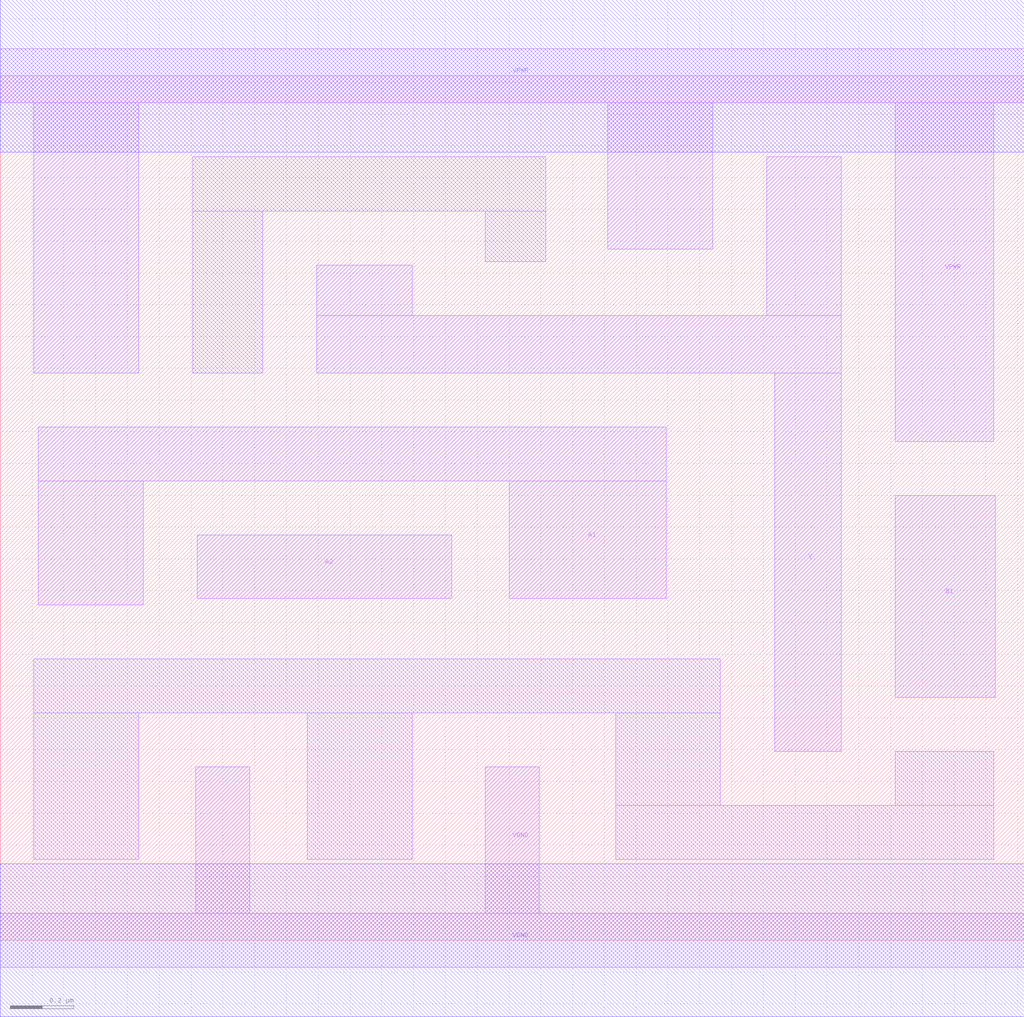
<source format=lef>
# Copyright 2020 The SkyWater PDK Authors
#
# Licensed under the Apache License, Version 2.0 (the "License");
# you may not use this file except in compliance with the License.
# You may obtain a copy of the License at
#
#     https://www.apache.org/licenses/LICENSE-2.0
#
# Unless required by applicable law or agreed to in writing, software
# distributed under the License is distributed on an "AS IS" BASIS,
# WITHOUT WARRANTIES OR CONDITIONS OF ANY KIND, either express or implied.
# See the License for the specific language governing permissions and
# limitations under the License.
#
# SPDX-License-Identifier: Apache-2.0

VERSION 5.5 ;
NAMESCASESENSITIVE ON ;
BUSBITCHARS "[]" ;
DIVIDERCHAR "/" ;
MACRO sky130_fd_sc_hd__o21ai_2
  CLASS CORE ;
  SOURCE USER ;
  ORIGIN  0.000000  0.000000 ;
  SIZE  3.220000 BY  2.720000 ;
  SYMMETRY X Y R90 ;
  SITE unithd ;
  PIN A1
    ANTENNAGATEAREA  0.495000 ;
    DIRECTION INPUT ;
    USE SIGNAL ;
    PORT
      LAYER li1 ;
        RECT 0.120000 1.055000 0.450000 1.445000 ;
        RECT 0.120000 1.445000 2.095000 1.615000 ;
        RECT 1.600000 1.075000 2.095000 1.445000 ;
    END
  END A1
  PIN A2
    ANTENNAGATEAREA  0.495000 ;
    DIRECTION INPUT ;
    USE SIGNAL ;
    PORT
      LAYER li1 ;
        RECT 0.620000 1.075000 1.420000 1.275000 ;
    END
  END A2
  PIN B1
    ANTENNAGATEAREA  0.495000 ;
    DIRECTION INPUT ;
    USE SIGNAL ;
    PORT
      LAYER li1 ;
        RECT 2.815000 0.765000 3.130000 1.400000 ;
    END
  END B1
  PIN Y
    ANTENNADIFFAREA  0.742000 ;
    DIRECTION OUTPUT ;
    USE SIGNAL ;
    PORT
      LAYER li1 ;
        RECT 0.995000 1.785000 2.645000 1.965000 ;
        RECT 0.995000 1.965000 1.295000 2.125000 ;
        RECT 2.410000 1.965000 2.645000 2.465000 ;
        RECT 2.435000 0.595000 2.645000 1.785000 ;
    END
  END Y
  PIN VGND
    DIRECTION INOUT ;
    SHAPE ABUTMENT ;
    USE GROUND ;
    PORT
      LAYER li1 ;
        RECT 0.000000 -0.085000 3.220000 0.085000 ;
        RECT 0.615000  0.085000 0.785000 0.545000 ;
        RECT 1.525000  0.085000 1.695000 0.545000 ;
    END
    PORT
      LAYER met1 ;
        RECT 0.000000 -0.240000 3.220000 0.240000 ;
    END
  END VGND
  PIN VNB
    DIRECTION INOUT ;
    USE GROUND ;
    PORT
    END
  END VNB
  PIN VPB
    DIRECTION INOUT ;
    USE POWER ;
    PORT
    END
  END VPB
  PIN VPWR
    DIRECTION INOUT ;
    SHAPE ABUTMENT ;
    USE POWER ;
    PORT
      LAYER li1 ;
        RECT 0.000000 2.635000 3.220000 2.805000 ;
        RECT 0.105000 1.785000 0.435000 2.635000 ;
        RECT 1.910000 2.175000 2.240000 2.635000 ;
        RECT 2.815000 1.570000 3.125000 2.635000 ;
    END
    PORT
      LAYER met1 ;
        RECT 0.000000 2.480000 3.220000 2.960000 ;
    END
  END VPWR
  OBS
    LAYER li1 ;
      RECT 0.105000 0.255000 0.435000 0.715000 ;
      RECT 0.105000 0.715000 2.265000 0.885000 ;
      RECT 0.605000 1.785000 0.825000 2.295000 ;
      RECT 0.605000 2.295000 1.715000 2.465000 ;
      RECT 0.965000 0.255000 1.295000 0.715000 ;
      RECT 1.525000 2.135000 1.715000 2.295000 ;
      RECT 1.935000 0.255000 3.125000 0.425000 ;
      RECT 1.935000 0.425000 2.265000 0.715000 ;
      RECT 2.815000 0.425000 3.125000 0.595000 ;
  END
END sky130_fd_sc_hd__o21ai_2
END LIBRARY

</source>
